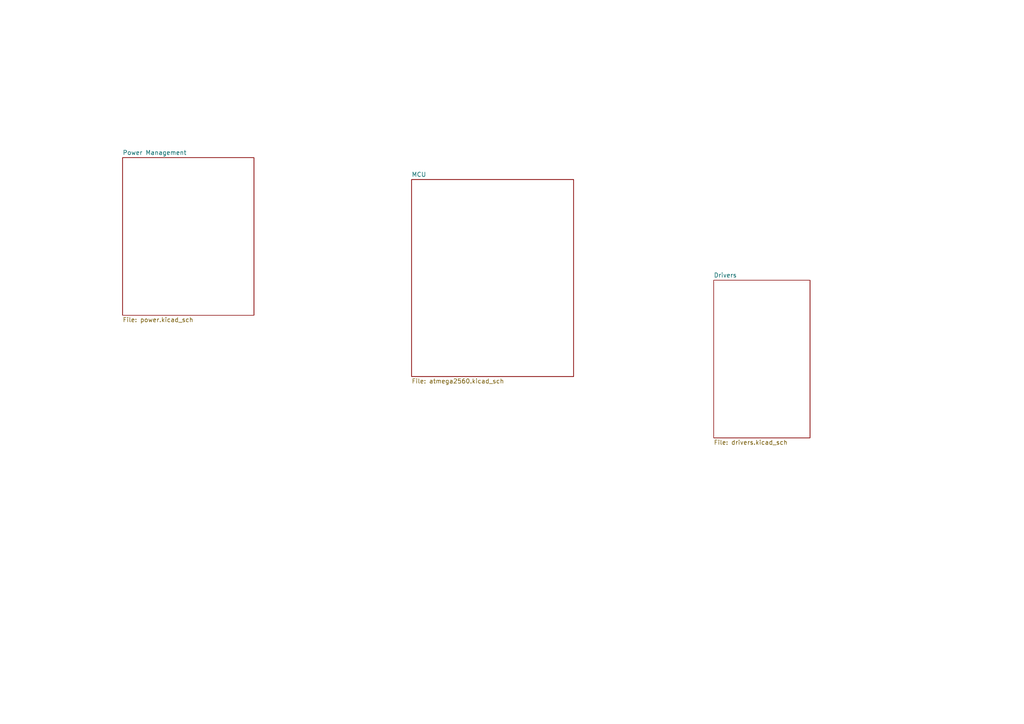
<source format=kicad_sch>
(kicad_sch (version 20211123) (generator eeschema)
  (paper "A4")
  (lib_symbols)
  (sheet (at 119.38 52.07) (size 46.99 57.15) (stroke (width 0.1524))
    (property "Sheet name" "MCU" (at 119.38 51.3584 0) (effects (justify left bottom)))
    (property "Sheet file" "atmega2560.kicad_sch" (at 119.38 109.8046 0) (effects (justify left top)))
  )
  (sheet (at 35.56 45.72) (size 38.1 45.72) (stroke (width 0.1524))
    (property "Sheet name" "Power Management" (at 35.56 45.0084 0) (effects (justify left bottom)))
    (property "Sheet file" "power.kicad_sch" (at 35.56 92.0246 0) (effects (justify left top)))
  )
  (sheet (at 207.01 81.28) (size 27.94 45.72) (stroke (width 0.1524))
    (property "Sheet name" "Drivers" (at 207.01 80.5684 0) (effects (justify left bottom)))
    (property "Sheet file" "drivers.kicad_sch" (at 207.01 127.5846 0) (effects (justify left top)))
  )
)
</source>
